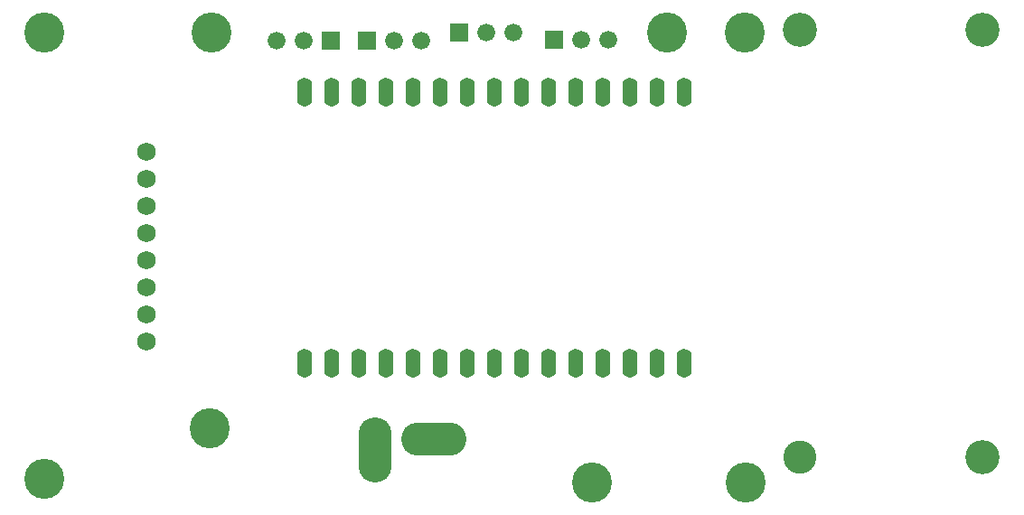
<source format=gts>
G04 Layer: TopSolderMaskLayer*
G04 EasyEDA v6.5.50, 2025-05-22 18:22:48*
G04 fc6da040da284c709fc099fb5742b6c8,f287e63262dc457b8036977447f4c865,10*
G04 Gerber Generator version 0.2*
G04 Scale: 100 percent, Rotated: No, Reflected: No *
G04 Dimensions in millimeters *
G04 leading zeros omitted , absolute positions ,4 integer and 5 decimal *
%FSLAX45Y45*%
%MOMM*%

%AMMACRO1*4,1,8,-0.8085,-0.8382,-0.8382,-0.8082,-0.8382,0.8085,-0.8085,0.8382,0.8082,0.8382,0.8382,0.8085,0.8382,-0.8082,0.8082,-0.8382,-0.8085,-0.8382,0*%
%ADD10O,1.4097000000000002X2.717546*%
%ADD11C,1.6764*%
%ADD12MACRO1*%
%ADD13C,1.7272*%
%ADD14C,3.2032*%
%ADD15C,3.1016*%
%ADD16C,3.7516*%
%ADD17O,3.101594X6.101588*%
%ADD18O,6.101588X3.101594*%
%ADD19O,0.0115X3.101594*%

%LPD*%
D10*
G01*
X6375400Y5295900D03*
G01*
X6629400Y5295900D03*
G01*
X6883400Y5295900D03*
G01*
X7137400Y5295900D03*
G01*
X7391400Y5295900D03*
G01*
X7645400Y5295900D03*
G01*
X7899400Y5295900D03*
G01*
X8153400Y5295900D03*
G01*
X8407400Y5295900D03*
G01*
X8661400Y5295900D03*
G01*
X8915400Y5295900D03*
G01*
X9169400Y5295900D03*
G01*
X9423400Y5295900D03*
G01*
X9677400Y5295900D03*
G01*
X9931400Y5295900D03*
G01*
X6375400Y7835900D03*
G01*
X6629400Y7835900D03*
G01*
X6883400Y7835900D03*
G01*
X7137400Y7835900D03*
G01*
X7391400Y7835900D03*
G01*
X7645400Y7835900D03*
G01*
X7899400Y7835900D03*
G01*
X8153400Y7835900D03*
G01*
X8407400Y7835900D03*
G01*
X8661400Y7835900D03*
G01*
X8915400Y7835900D03*
G01*
X9169400Y7835900D03*
G01*
X9423400Y7835900D03*
G01*
X9677400Y7835900D03*
G01*
X9931400Y7835900D03*
D11*
G01*
X9220200Y8331200D03*
G01*
X8966200Y8331200D03*
D12*
G01*
X8712200Y8331200D03*
D11*
G01*
X8331200Y8394700D03*
G01*
X8077200Y8394700D03*
D12*
G01*
X7823200Y8394700D03*
D11*
G01*
X7467600Y8318500D03*
G01*
X7213600Y8318500D03*
D12*
G01*
X6959600Y8318500D03*
D11*
G01*
X6108700Y8318500D03*
G01*
X6362700Y8318500D03*
D12*
G01*
X6616700Y8318500D03*
D13*
G01*
X4889500Y5499100D03*
G01*
X4889500Y5753100D03*
G01*
X4889500Y6007100D03*
G01*
X4889500Y6261100D03*
G01*
X4889500Y6515100D03*
G01*
X4889500Y6769100D03*
G01*
X4889500Y7023100D03*
G01*
X4889500Y7277100D03*
D14*
G01*
X11010900Y8420100D03*
G01*
X12725400Y8420100D03*
G01*
X12725400Y4419600D03*
D15*
G01*
X11010900Y4419600D03*
D16*
G01*
X10499979Y8399983D03*
G01*
X9766300Y8394700D03*
G01*
X5486400Y4686300D03*
G01*
X3937000Y4216400D03*
G01*
X5499988Y8399983D03*
G01*
X3937000Y8399983D03*
G01*
X10502900Y4178300D03*
G01*
X9067800Y4178300D03*
D17*
G01*
X7035800Y4483100D03*
D18*
G01*
X7584795Y4583099D03*
M02*

</source>
